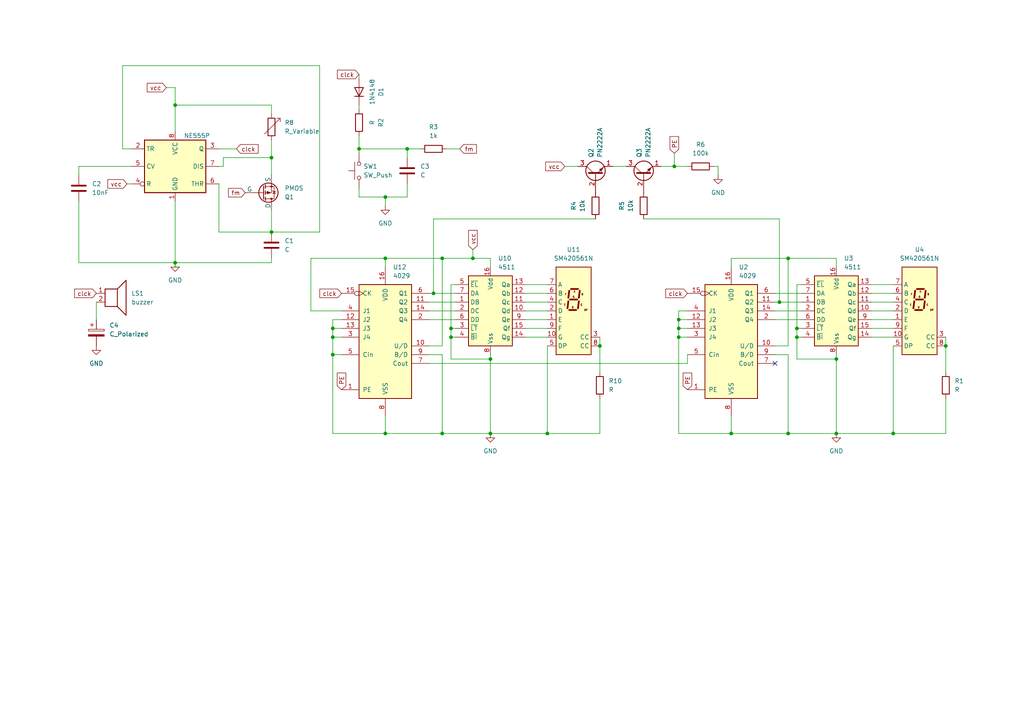
<source format=kicad_sch>
(kicad_sch (version 20230121) (generator eeschema)
  (paper "A4")
  (lib_symbols
    (symbol "4xxx:4029" (pin_names (offset 1.016))
      (property "Reference" "U" (at -7.62 16.51 0))
      (property "Value" "4029" (at -7.62 -19.05 0))
      (symbol "4029_1_0"
        (pin input line (at -12.7 -15.24 0) (length 5.08) (name "PE") (number "1"))
        (pin input line (at 12.7 -2.54 180) (length 5.08) (name "U/D") (number "10"))
        (pin output line (at 12.7 10.16 180) (length 5.08) (name "Q2") (number "11"))
        (pin input line (at -12.7 5.08 0) (length 5.08) (name "J2") (number "12"))
        (pin input line (at -12.7 2.54 0) (length 5.08) (name "J3") (number "13"))
        (pin output line (at 12.7 7.62 180) (length 5.08) (name "Q3") (number "14"))
        (pin input inverted_clock (at -12.7 12.7 0) (length 5.08) (name "CK") (number "15"))
        (pin power_in line (at 0 20.32 270) (length 5.08) (name "VDD") (number "16"))
        (pin output line (at 12.7 5.08 180) (length 5.08) (name "Q4") (number "2"))
        (pin input line (at -12.7 0 0) (length 5.08) (name "J4") (number "3"))
        (pin input line (at -12.7 7.62 0) (length 5.08) (name "J1") (number "4"))
        (pin input line (at -12.7 -5.08 0) (length 5.08) (name "Cin") (number "5"))
        (pin output line (at 12.7 12.7 180) (length 5.08) (name "Q1") (number "6"))
        (pin output line (at 12.7 -7.62 180) (length 5.08) (name "Cout") (number "7"))
        (pin power_in line (at 0 -22.86 90) (length 5.08) (name "VSS") (number "8"))
        (pin input line (at 12.7 -5.08 180) (length 5.08) (name "B/D") (number "9"))
      )
      (symbol "4029_1_1"
        (rectangle (start -7.62 15.24) (end 7.62 -17.78) (stroke (width 0.254)) (fill (type background)))
      )
    )
    (symbol "4xxx_IEEE:4511"
      (property "Reference" "U" (at 8.89 11.43 0))
      (property "Value" "4511" (at 8.89 -11.43 0))
      (symbol "4511_0_1"
        (rectangle (start -6.35 10.16) (end 6.35 -10.16) (stroke (width 0.254)) (fill (type background)))
      )
      (symbol "4511_1_1"
        (pin input line (at -10.16 2.54 0) (length 3.81) (name "DB") (number "1"))
        (pin output line (at 10.16 0 180) (length 3.81) (name "Qd") (number "10"))
        (pin output line (at 10.16 2.54 180) (length 3.81) (name "Qc") (number "11"))
        (pin output line (at 10.16 5.08 180) (length 3.81) (name "Qb") (number "12"))
        (pin output line (at 10.16 7.62 180) (length 3.81) (name "Qa") (number "13"))
        (pin output line (at 10.16 -7.62 180) (length 3.81) (name "Qg") (number "14"))
        (pin output line (at 10.16 -5.08 180) (length 3.81) (name "Qf") (number "15"))
        (pin power_in line (at 0 12.7 270) (length 2.54) (name "Vdd") (number "16"))
        (pin input line (at -10.16 0 0) (length 3.81) (name "DC") (number "2"))
        (pin input line (at -10.16 -5.08 0) (length 3.81) (name "~{LT}") (number "3"))
        (pin input line (at -10.16 -7.62 0) (length 3.81) (name "~{BI}") (number "4"))
        (pin input line (at -10.16 7.62 0) (length 3.81) (name "~{EL}") (number "5"))
        (pin input line (at -10.16 -2.54 0) (length 3.81) (name "DD") (number "6"))
        (pin input line (at -10.16 5.08 0) (length 3.81) (name "DA") (number "7"))
        (pin power_in line (at 0 -12.7 90) (length 2.54) (name "Vss") (number "8"))
        (pin output line (at 10.16 -2.54 180) (length 3.81) (name "Qe") (number "9"))
      )
    )
    (symbol "Device:C" (pin_numbers hide) (pin_names (offset 0.254))
      (property "Reference" "C" (at 0.635 2.54 0))
      (property "Value" "C" (at 0.635 -2.54 0))
      (symbol "C_0_1"
        (polyline (pts (xy -2.032 -0.762) (xy 2.032 -0.762)) (stroke (width 0.508)))
        (polyline (pts (xy -2.032 0.762) (xy 2.032 0.762)) (stroke (width 0.508)))
      )
      (symbol "C_1_1"
        (pin passive line (at 0 3.81 270) (length 2.794) (name "~") (number "1"))
        (pin passive line (at 0 -3.81 90) (length 2.794) (name "~") (number "2"))
      )
    )
    (symbol "Device:C_Polarized" (pin_numbers hide) (pin_names (offset 0.254))
      (property "Reference" "C" (at 0.635 2.54 0))
      (property "Value" "C_Polarized" (at 0.635 -2.54 0))
      (symbol "C_Polarized_0_1"
        (rectangle (start -2.286 0.508) (end 2.286 1.016))
        (polyline (pts (xy -1.778 2.286) (xy -0.762 2.286)))
        (polyline (pts (xy -1.27 2.794) (xy -1.27 1.778)))
        (rectangle (start 2.286 -0.508) (end -2.286 -1.016) (fill (type outline)))
      )
      (symbol "C_Polarized_1_1"
        (pin passive line (at 0 3.81 270) (length 2.794) (name "~") (number "1"))
        (pin passive line (at 0 -3.81 90) (length 2.794) (name "~") (number "2"))
      )
    )
    (symbol "Device:R" (pin_numbers hide) (pin_names (offset 0))
      (property "Reference" "R" (at 2.032 0 90))
      (property "Value" "R" (at 0 0 90))
      (symbol "R_0_1"
        (rectangle (start -1.016 -2.54) (end 1.016 2.54) (stroke (width 0.254)))
      )
      (symbol "R_1_1"
        (pin passive line (at 0 3.81 270) (length 1.27) (name "~") (number "1"))
        (pin passive line (at 0 -3.81 90) (length 1.27) (name "~") (number "2"))
      )
    )
    (symbol "Device:R_Variable" (pin_numbers hide) (pin_names (offset 0))
      (property "Reference" "R" (at 2.54 -2.54 90))
      (property "Value" "R_Variable" (at -2.54 -1.27 90))
      (symbol "R_Variable_0_1"
        (rectangle (start -1.016 -2.54) (end 1.016 2.54) (stroke (width 0.254)))
        (polyline (pts (xy 2.54 1.524) (xy 2.54 2.54) (xy 1.524 2.54) (xy 2.54 2.54) (xy -2.032 -2.032)))
      )
      (symbol "R_Variable_1_1"
        (pin passive line (at 0 3.81 270) (length 1.27) (name "~") (number "1"))
        (pin passive line (at 0 -3.81 90) (length 1.27) (name "~") (number "2"))
      )
    )
    (symbol "Device:Speaker" (pin_names (offset 0) hide)
      (property "Reference" "LS" (at 1.27 5.715 0))
      (property "Value" "Speaker" (at 1.27 3.81 0))
      (symbol "Speaker_0_0"
        (rectangle (start -2.54 1.27) (end 1.016 -3.81) (stroke (width 0.254)))
        (polyline (pts (xy 1.016 1.27) (xy 3.556 3.81) (xy 3.556 -6.35) (xy 1.016 -3.81)) (stroke (width 0.254)))
      )
      (symbol "Speaker_1_1"
        (pin input line (at -5.08 0 0) (length 2.54) (name "1") (number "1"))
        (pin input line (at -5.08 -2.54 0) (length 2.54) (name "2") (number "2"))
      )
    )
    (symbol "Diode:1N4148" (pin_numbers hide) (pin_names hide)
      (property "Reference" "D" (at 0 2.54 0))
      (property "Value" "1N4148" (at 0 -2.54 0))
      (symbol "1N4148_0_1"
        (polyline (pts (xy -1.27 1.27) (xy -1.27 -1.27)) (stroke (width 0.254)))
        (polyline (pts (xy 1.27 0) (xy -1.27 0)))
        (polyline (pts (xy 1.27 1.27) (xy 1.27 -1.27) (xy -1.27 0) (xy 1.27 1.27)) (stroke (width 0.254)))
      )
      (symbol "1N4148_1_1"
        (pin passive line (at -3.81 0 0) (length 2.54) (name "K") (number "1"))
        (pin passive line (at 3.81 0 180) (length 2.54) (name "A") (number "2"))
      )
    )
    (symbol "Display_Character:SM420561N"
      (property "Reference" "U" (at -2.54 13.97 0))
      (property "Value" "SM420561N" (at 1.27 13.97 0))
      (symbol "SM420561N_0_0"
        (text "A" (at 0.254 5.588 0) (effects (font (size 0.508 0.508))))
        (text "B" (at 2.54 4.826 0) (effects (font (size 0.508 0.508))))
        (text "C" (at 2.286 1.778 0) (effects (font (size 0.508 0.508))))
        (text "D" (at -0.254 1.016 0) (effects (font (size 0.508 0.508))))
        (text "DP" (at 3.556 0.254 0) (effects (font (size 0.508 0.508))))
        (text "E" (at -2.54 1.778 0) (effects (font (size 0.508 0.508))))
        (text "F" (at -2.286 4.826 0) (effects (font (size 0.508 0.508))))
        (text "G" (at 0 4.064 0) (effects (font (size 0.508 0.508))))
      )
      (symbol "SM420561N_0_1"
        (rectangle (start -5.08 12.7) (end 5.08 -12.7) (stroke (width 0.254)) (fill (type background)))
        (polyline (pts (xy -1.524 2.794) (xy -1.778 0.762)) (stroke (width 0.508)))
        (polyline (pts (xy -1.27 0.254) (xy 0.762 0.254)) (stroke (width 0.508)))
        (polyline (pts (xy -1.27 5.842) (xy -1.524 3.81)) (stroke (width 0.508)))
        (polyline (pts (xy -1.016 3.302) (xy 1.016 3.302)) (stroke (width 0.508)))
        (polyline (pts (xy -0.762 6.35) (xy 1.27 6.35)) (stroke (width 0.508)))
        (polyline (pts (xy 1.524 2.794) (xy 1.27 0.762)) (stroke (width 0.508)))
        (polyline (pts (xy 1.778 5.842) (xy 1.524 3.81)) (stroke (width 0.508)))
        (polyline (pts (xy 2.54 0.254) (xy 2.54 0.254)) (stroke (width 0.508)))
      )
      (symbol "SM420561N_1_1"
        (pin input line (at -7.62 -2.54 0) (length 2.54) (name "E") (number "1"))
        (pin input line (at -7.62 -7.62 0) (length 2.54) (name "G") (number "10"))
        (pin input line (at -7.62 0 0) (length 2.54) (name "D") (number "2"))
        (pin input line (at 7.62 -7.62 180) (length 2.54) (name "CC") (number "3"))
        (pin input line (at -7.62 2.54 0) (length 2.54) (name "C") (number "4"))
        (pin input line (at -7.62 -10.16 0) (length 2.54) (name "DP") (number "5"))
        (pin input line (at -7.62 5.08 0) (length 2.54) (name "B") (number "6"))
        (pin input line (at -7.62 7.62 0) (length 2.54) (name "A") (number "7"))
        (pin input line (at 7.62 -10.16 180) (length 2.54) (name "CC") (number "8"))
        (pin input line (at -7.62 -5.08 0) (length 2.54) (name "F") (number "9"))
      )
    )
    (symbol "Simulation_SPICE:PMOS" (pin_numbers hide) (pin_names (offset 0))
      (property "Reference" "Q" (at 5.08 1.27 0))
      (property "Value" "PMOS" (at 5.08 -1.27 0))
      (symbol "PMOS_0_1"
        (polyline (pts (xy 0.254 0) (xy -2.54 0)))
        (polyline (pts (xy 0.254 1.905) (xy 0.254 -1.905)) (stroke (width 0.254)))
        (polyline (pts (xy 0.762 -1.27) (xy 0.762 -2.286)) (stroke (width 0.254)))
        (polyline (pts (xy 0.762 0.508) (xy 0.762 -0.508)) (stroke (width 0.254)))
        (polyline (pts (xy 0.762 2.286) (xy 0.762 1.27)) (stroke (width 0.254)))
        (polyline (pts (xy 2.54 2.54) (xy 2.54 1.778)))
        (polyline (pts (xy 2.54 -2.54) (xy 2.54 0) (xy 0.762 0)))
        (polyline (pts (xy 0.762 1.778) (xy 3.302 1.778) (xy 3.302 -1.778) (xy 0.762 -1.778)))
        (polyline (pts (xy 2.286 0) (xy 1.27 0.381) (xy 1.27 -0.381) (xy 2.286 0)) (fill (type outline)))
        (polyline (pts (xy 2.794 -0.508) (xy 2.921 -0.381) (xy 3.683 -0.381) (xy 3.81 -0.254)))
        (polyline (pts (xy 3.302 -0.381) (xy 2.921 0.254) (xy 3.683 0.254) (xy 3.302 -0.381)))
        (circle (center 1.651 0) (radius 2.794) (stroke (width 0.254)))
        (circle (center 2.54 -1.778) (radius 0.254) (fill (type outline)))
        (circle (center 2.54 1.778) (radius 0.254) (fill (type outline)))
      )
      (symbol "PMOS_1_1"
        (pin passive line (at 2.54 5.08 270) (length 2.54) (name "D") (number "1"))
        (pin input line (at -5.08 0 0) (length 2.54) (name "G") (number "2"))
        (pin passive line (at 2.54 -5.08 90) (length 2.54) (name "S") (number "3"))
      )
    )
    (symbol "Switch:SW_Push" (pin_numbers hide) (pin_names (offset 1.016) hide)
      (property "Reference" "SW" (at 1.27 2.54 0))
      (property "Value" "SW_Push" (at 0 -1.524 0))
      (symbol "SW_Push_0_1"
        (circle (center -2.032 0) (radius 0.508))
        (polyline (pts (xy 0 1.27) (xy 0 3.048)))
        (polyline (pts (xy 2.54 1.27) (xy -2.54 1.27)))
        (circle (center 2.032 0) (radius 0.508))
        (pin passive line (at -5.08 0 0) (length 2.54) (name "1") (number "1"))
        (pin passive line (at 5.08 0 180) (length 2.54) (name "2") (number "2"))
      )
    )
    (symbol "Timer:NE555P"
      (property "Reference" "U" (at -10.16 8.89 0))
      (property "Value" "NE555P" (at 2.54 8.89 0))
      (symbol "NE555P_0_0"
        (pin power_in line (at 0 -10.16 90) (length 2.54) (name "GND") (number "1"))
        (pin power_in line (at 0 10.16 270) (length 2.54) (name "VCC") (number "8"))
      )
      (symbol "NE555P_0_1"
        (rectangle (start -8.89 -7.62) (end 8.89 7.62) (stroke (width 0.254)) (fill (type background)))
        (rectangle (start -8.89 -7.62) (end 8.89 7.62) (stroke (width 0.254)) (fill (type background)))
      )
      (symbol "NE555P_1_1"
        (pin input line (at -12.7 5.08 0) (length 3.81) (name "TR") (number "2"))
        (pin output line (at 12.7 5.08 180) (length 3.81) (name "Q") (number "3"))
        (pin input inverted (at -12.7 -5.08 0) (length 3.81) (name "R") (number "4"))
        (pin input line (at -12.7 0 0) (length 3.81) (name "CV") (number "5"))
        (pin input line (at 12.7 -5.08 180) (length 3.81) (name "THR") (number "6"))
        (pin input line (at 12.7 0 180) (length 3.81) (name "DIS") (number "7"))
      )
    )
    (symbol "Transistor_BJT:PN2222A" (pin_names (offset 0) hide)
      (property "Reference" "Q" (at 5.08 1.905 0))
      (property "Value" "PN2222A" (at 5.08 0 0))
      (symbol "PN2222A_0_1"
        (polyline (pts (xy 0 0) (xy 0.635 0)))
        (polyline (pts (xy 2.54 -2.54) (xy 0.635 -0.635)))
        (polyline (pts (xy 2.54 2.54) (xy 0.635 0.635)))
        (polyline (pts (xy 0.635 1.905) (xy 0.635 -1.905) (xy 0.635 -1.905)) (stroke (width 0.508)))
        (polyline (pts (xy 2.413 -2.413) (xy 1.905 -1.905) (xy 1.905 -1.905)))
        (polyline (pts (xy 1.143 -1.651) (xy 1.651 -1.143) (xy 2.159 -2.159) (xy 1.143 -1.651) (xy 1.143 -1.651)) (fill (type outline)))
        (circle (center 1.27 0) (radius 2.8194) (stroke (width 0.254)))
      )
      (symbol "PN2222A_1_1"
        (pin passive line (at 2.54 -5.08 90) (length 2.54) (name "E") (number "1"))
        (pin input line (at -5.08 0 0) (length 5.08) (name "B") (number "2"))
        (pin passive line (at 2.54 5.08 270) (length 2.54) (name "C") (number "3"))
      )
    )
    (symbol "power:GND" (power) (pin_names (offset 0))
      (property "Value" "GND" (at 0 -3.81 0))
      (symbol "GND_0_1"
        (polyline (pts (xy 0 0) (xy 0 -1.27) (xy 1.27 -1.27) (xy 0 -2.54) (xy -1.27 -1.27) (xy 0 -1.27)))
      )
      (symbol "GND_1_1"
        (pin power_in line (at 0 0 270) (length 0) hide (name "GND") (number "1"))
      )
    )
  )
  (junction (at 196.85 97.79))
  (junction (at 96.52 102.87))
  (junction (at 231.14 95.25))
  (junction (at 111.76 74.93))
  (junction (at 259.08 125.73))
  (junction (at 118.11 43.18))
  (junction (at 50.8 76.2))
  (junction (at 242.57 104.14))
  (junction (at 111.76 125.73))
  (junction (at 231.14 97.79))
  (junction (at 78.74 67.31))
  (junction (at 128.27 74.93))
  (junction (at 96.52 95.25))
  (junction (at 125.73 85.09))
  (junction (at 130.81 97.79))
  (junction (at 196.85 92.71))
  (junction (at 111.76 57.15))
  (junction (at 104.14 43.18))
  (junction (at 195.58 48.26))
  (junction (at 142.24 104.14))
  (junction (at 196.85 95.25))
  (junction (at 228.6 125.73))
  (junction (at 78.74 45.72))
  (junction (at 173.99 100.33))
  (junction (at 274.32 100.33))
  (junction (at 158.75 125.73))
  (junction (at 130.81 95.25))
  (junction (at 137.16 74.93))
  (junction (at 242.57 125.73))
  (junction (at 212.09 125.73))
  (junction (at 50.8 30.48))
  (junction (at 226.06 87.63))
  (junction (at 128.27 125.73))
  (junction (at 96.52 97.79))
  (junction (at 142.24 125.73))
  (junction (at 228.6 74.93))
  (no_connect (at 224.79 105.41))
  (wire (pts (xy 50.8 77.47) (xy 52.07 77.47)))
  (wire (pts (xy 128.27 74.93) (xy 128.27 100.33)))
  (wire (pts (xy 196.85 92.71) (xy 196.85 95.25)))
  (wire (pts (xy 242.57 74.93) (xy 242.57 77.47)))
  (wire (pts (xy 78.74 60.96) (xy 78.74 67.31)))
  (wire (pts (xy 111.76 57.15) (xy 118.11 57.15)))
  (wire (pts (xy 130.81 95.25) (xy 130.81 97.79)))
  (wire (pts (xy 124.46 92.71) (xy 132.08 92.71)))
  (wire (pts (xy 224.79 92.71) (xy 232.41 92.71)))
  (wire (pts (xy 96.52 125.73) (xy 111.76 125.73)))
  (wire (pts (xy 142.24 74.93) (xy 142.24 77.47)))
  (wire (pts (xy 22.86 58.42) (xy 22.86 76.2)))
  (wire (pts (xy 111.76 74.93) (xy 111.76 77.47)))
  (wire (pts (xy 96.52 95.25) (xy 99.06 95.25)))
  (wire (pts (xy 96.52 102.87) (xy 96.52 125.73)))
  (wire (pts (xy 124.46 105.41) (xy 199.39 105.41)))
  (wire (pts (xy 104.14 30.48) (xy 104.14 31.75)))
  (wire (pts (xy 124.46 87.63) (xy 132.08 87.63)))
  (wire (pts (xy 212.09 120.65) (xy 212.09 125.73)))
  (wire (pts (xy 111.76 57.15) (xy 111.76 59.69)))
  (wire (pts (xy 158.75 125.73) (xy 142.24 125.73)))
  (wire (pts (xy 226.06 63.5) (xy 186.69 63.5)))
  (wire (pts (xy 64.77 45.72) (xy 64.77 48.26)))
  (wire (pts (xy 22.86 48.26) (xy 38.1 48.26)))
  (wire (pts (xy 163.83 48.26) (xy 167.64 48.26)))
  (wire (pts (xy 231.14 82.55) (xy 231.14 95.25)))
  (wire (pts (xy 50.8 77.47) (xy 50.8 76.2)))
  (wire (pts (xy 130.81 97.79) (xy 132.08 97.79)))
  (wire (pts (xy 64.77 45.72) (xy 78.74 45.72)))
  (wire (pts (xy 130.81 82.55) (xy 130.81 95.25)))
  (wire (pts (xy 99.06 92.71) (xy 96.52 92.71)))
  (wire (pts (xy 124.46 102.87) (xy 128.27 102.87)))
  (wire (pts (xy 50.8 76.2) (xy 78.74 76.2)))
  (wire (pts (xy 128.27 102.87) (xy 128.27 125.73)))
  (wire (pts (xy 129.54 43.18) (xy 133.35 43.18)))
  (wire (pts (xy 35.56 43.18) (xy 35.56 19.05)))
  (wire (pts (xy 38.1 53.34) (xy 36.83 53.34)))
  (wire (pts (xy 274.32 97.79) (xy 274.32 100.33)))
  (wire (pts (xy 50.8 30.48) (xy 78.74 30.48)))
  (wire (pts (xy 196.85 97.79) (xy 199.39 97.79)))
  (wire (pts (xy 274.32 100.33) (xy 274.32 107.95)))
  (wire (pts (xy 252.73 97.79) (xy 259.08 97.79)))
  (wire (pts (xy 125.73 63.5) (xy 172.72 63.5)))
  (wire (pts (xy 104.14 43.18) (xy 104.14 44.45)))
  (wire (pts (xy 196.85 125.73) (xy 212.09 125.73)))
  (wire (pts (xy 208.28 48.26) (xy 208.28 50.8)))
  (wire (pts (xy 90.17 74.93) (xy 111.76 74.93)))
  (wire (pts (xy 50.8 76.2) (xy 50.8 58.42)))
  (wire (pts (xy 27.94 92.71) (xy 27.94 87.63)))
  (wire (pts (xy 50.8 30.48) (xy 50.8 38.1)))
  (wire (pts (xy 196.85 92.71) (xy 199.39 92.71)))
  (wire (pts (xy 242.57 102.87) (xy 242.57 104.14)))
  (wire (pts (xy 125.73 63.5) (xy 125.73 85.09)))
  (wire (pts (xy 130.81 97.79) (xy 130.81 104.14)))
  (wire (pts (xy 207.01 48.26) (xy 208.28 48.26)))
  (wire (pts (xy 259.08 100.33) (xy 259.08 125.73)))
  (wire (pts (xy 196.85 95.25) (xy 196.85 97.79)))
  (wire (pts (xy 224.79 102.87) (xy 228.6 102.87)))
  (wire (pts (xy 78.74 40.64) (xy 78.74 45.72)))
  (wire (pts (xy 118.11 45.72) (xy 118.11 43.18)))
  (wire (pts (xy 38.1 43.18) (xy 35.56 43.18)))
  (wire (pts (xy 252.73 82.55) (xy 259.08 82.55)))
  (wire (pts (xy 152.4 95.25) (xy 158.75 95.25)))
  (wire (pts (xy 96.52 97.79) (xy 96.52 102.87)))
  (wire (pts (xy 111.76 120.65) (xy 111.76 125.73)))
  (wire (pts (xy 196.85 97.79) (xy 196.85 125.73)))
  (wire (pts (xy 212.09 74.93) (xy 212.09 77.47)))
  (wire (pts (xy 196.85 95.25) (xy 199.39 95.25)))
  (wire (pts (xy 226.06 87.63) (xy 232.41 87.63)))
  (wire (pts (xy 63.5 43.18) (xy 68.58 43.18)))
  (wire (pts (xy 228.6 125.73) (xy 242.57 125.73)))
  (wire (pts (xy 96.52 92.71) (xy 96.52 95.25)))
  (wire (pts (xy 22.86 76.2) (xy 50.8 76.2)))
  (wire (pts (xy 78.74 50.8) (xy 78.74 45.72)))
  (wire (pts (xy 104.14 39.37) (xy 104.14 43.18)))
  (wire (pts (xy 173.99 115.57) (xy 173.99 125.73)))
  (wire (pts (xy 125.73 85.09) (xy 132.08 85.09)))
  (wire (pts (xy 48.26 25.4) (xy 50.8 25.4)))
  (wire (pts (xy 90.17 90.17) (xy 90.17 74.93)))
  (wire (pts (xy 142.24 74.93) (xy 137.16 74.93)))
  (wire (pts (xy 78.74 74.93) (xy 78.74 76.2)))
  (wire (pts (xy 231.14 104.14) (xy 242.57 104.14)))
  (wire (pts (xy 224.79 85.09) (xy 232.41 85.09)))
  (wire (pts (xy 177.8 48.26) (xy 181.61 48.26)))
  (wire (pts (xy 104.14 21.59) (xy 104.14 22.86)))
  (wire (pts (xy 232.41 82.55) (xy 231.14 82.55)))
  (wire (pts (xy 252.73 85.09) (xy 259.08 85.09)))
  (wire (pts (xy 173.99 125.73) (xy 158.75 125.73)))
  (wire (pts (xy 158.75 100.33) (xy 158.75 125.73)))
  (wire (pts (xy 212.09 125.73) (xy 228.6 125.73)))
  (wire (pts (xy 124.46 85.09) (xy 125.73 85.09)))
  (wire (pts (xy 231.14 95.25) (xy 232.41 95.25)))
  (wire (pts (xy 92.71 19.05) (xy 92.71 67.31)))
  (wire (pts (xy 212.09 74.93) (xy 228.6 74.93)))
  (wire (pts (xy 173.99 100.33) (xy 173.99 107.95)))
  (wire (pts (xy 50.8 25.4) (xy 50.8 30.48)))
  (wire (pts (xy 99.06 102.87) (xy 96.52 102.87)))
  (wire (pts (xy 152.4 92.71) (xy 158.75 92.71)))
  (wire (pts (xy 224.79 87.63) (xy 226.06 87.63)))
  (wire (pts (xy 274.32 125.73) (xy 259.08 125.73)))
  (wire (pts (xy 196.85 90.17) (xy 196.85 92.71)))
  (wire (pts (xy 128.27 125.73) (xy 142.24 125.73)))
  (wire (pts (xy 96.52 95.25) (xy 96.52 97.79)))
  (wire (pts (xy 99.06 90.17) (xy 90.17 90.17)))
  (wire (pts (xy 259.08 125.73) (xy 242.57 125.73)))
  (wire (pts (xy 130.81 95.25) (xy 132.08 95.25)))
  (wire (pts (xy 199.39 102.87) (xy 199.39 105.41)))
  (wire (pts (xy 228.6 74.93) (xy 242.57 74.93)))
  (wire (pts (xy 224.79 90.17) (xy 232.41 90.17)))
  (wire (pts (xy 118.11 53.34) (xy 118.11 57.15)))
  (wire (pts (xy 142.24 102.87) (xy 142.24 104.14)))
  (wire (pts (xy 124.46 90.17) (xy 132.08 90.17)))
  (wire (pts (xy 152.4 82.55) (xy 158.75 82.55)))
  (wire (pts (xy 128.27 74.93) (xy 137.16 74.93)))
  (wire (pts (xy 121.92 43.18) (xy 118.11 43.18)))
  (wire (pts (xy 63.5 67.31) (xy 63.5 53.34)))
  (wire (pts (xy 195.58 44.45) (xy 195.58 48.26)))
  (wire (pts (xy 199.39 90.17) (xy 196.85 90.17)))
  (wire (pts (xy 104.14 43.18) (xy 118.11 43.18)))
  (wire (pts (xy 173.99 97.79) (xy 173.99 100.33)))
  (wire (pts (xy 252.73 92.71) (xy 259.08 92.71)))
  (wire (pts (xy 274.32 115.57) (xy 274.32 125.73)))
  (wire (pts (xy 152.4 85.09) (xy 158.75 85.09)))
  (wire (pts (xy 128.27 100.33) (xy 124.46 100.33)))
  (wire (pts (xy 78.74 67.31) (xy 92.71 67.31)))
  (wire (pts (xy 22.86 48.26) (xy 22.86 50.8)))
  (wire (pts (xy 111.76 125.73) (xy 128.27 125.73)))
  (wire (pts (xy 191.77 48.26) (xy 195.58 48.26)))
  (wire (pts (xy 35.56 19.05) (xy 92.71 19.05)))
  (wire (pts (xy 228.6 74.93) (xy 228.6 100.33)))
  (wire (pts (xy 78.74 33.02) (xy 78.74 30.48)))
  (wire (pts (xy 64.77 48.26) (xy 63.5 48.26)))
  (wire (pts (xy 130.81 104.14) (xy 142.24 104.14)))
  (wire (pts (xy 242.57 104.14) (xy 242.57 125.73)))
  (wire (pts (xy 132.08 82.55) (xy 130.81 82.55)))
  (wire (pts (xy 152.4 97.79) (xy 158.75 97.79)))
  (wire (pts (xy 104.14 57.15) (xy 111.76 57.15)))
  (wire (pts (xy 104.14 57.15) (xy 104.14 54.61)))
  (wire (pts (xy 252.73 87.63) (xy 259.08 87.63)))
  (wire (pts (xy 142.24 104.14) (xy 142.24 125.73)))
  (wire (pts (xy 152.4 90.17) (xy 158.75 90.17)))
  (wire (pts (xy 228.6 100.33) (xy 224.79 100.33)))
  (wire (pts (xy 231.14 97.79) (xy 232.41 97.79)))
  (wire (pts (xy 231.14 97.79) (xy 231.14 104.14)))
  (wire (pts (xy 63.5 67.31) (xy 78.74 67.31)))
  (wire (pts (xy 96.52 97.79) (xy 99.06 97.79)))
  (wire (pts (xy 226.06 63.5) (xy 226.06 87.63)))
  (wire (pts (xy 252.73 95.25) (xy 259.08 95.25)))
  (wire (pts (xy 231.14 95.25) (xy 231.14 97.79)))
  (wire (pts (xy 137.16 72.39) (xy 137.16 74.93)))
  (wire (pts (xy 152.4 87.63) (xy 158.75 87.63)))
  (wire (pts (xy 252.73 90.17) (xy 259.08 90.17)))
  (wire (pts (xy 111.76 74.93) (xy 128.27 74.93)))
  (wire (pts (xy 228.6 102.87) (xy 228.6 125.73)))
  (wire (pts (xy 195.58 48.26) (xy 199.39 48.26)))
  (global_label "PE" (shape input) (at 99.06 113.03 90) (property "Intersheetrefs" "${INTERSHEET_REFS}" (effects hide)))
  (global_label "vcc" (shape input) (at 48.26 25.4 180) (property "Intersheetrefs" "${INTERSHEET_REFS}" (effects hide)))
  (global_label "fm" (shape input) (at 133.35 43.18 0) (property "Intersheetrefs" "${INTERSHEET_REFS}" (effects hide)))
  (global_label "clck" (shape input) (at 68.58 43.18 0) (property "Intersheetrefs" "${INTERSHEET_REFS}" (effects hide)))
  (global_label "clck" (shape input) (at 27.94 85.09 180) (property "Intersheetrefs" "${INTERSHEET_REFS}" (effects hide)))
  (global_label "PE" (shape input) (at 199.39 113.03 90) (property "Intersheetrefs" "${INTERSHEET_REFS}" (effects hide)))
  (global_label "vcc" (shape input) (at 36.83 53.34 180) (property "Intersheetrefs" "${INTERSHEET_REFS}" (effects hide)))
  (global_label "fm" (shape input) (at 71.12 55.88 180) (property "Intersheetrefs" "${INTERSHEET_REFS}" (effects hide)))
  (global_label "PE" (shape input) (at 195.58 44.45 90) (property "Intersheetrefs" "${INTERSHEET_REFS}" (effects hide)))
  (global_label "clck" (shape input) (at 104.14 21.59 180) (property "Intersheetrefs" "${INTERSHEET_REFS}" (effects hide)))
  (global_label "clck" (shape input) (at 199.39 85.09 180) (property "Intersheetrefs" "${INTERSHEET_REFS}" (effects hide)))
  (global_label "clck" (shape input) (at 99.06 85.09 180) (property "Intersheetrefs" "${INTERSHEET_REFS}" (effects hide)))
  (global_label "vcc" (shape input) (at 163.83 48.26 180) (property "Intersheetrefs" "${INTERSHEET_REFS}" (effects hide)))
  (global_label "vcc" (shape input) (at 137.16 72.39 90) (property "Intersheetrefs" "${INTERSHEET_REFS}" (effects hide)))
  (symbol (lib_id "Device:R") (at 203.2 48.26 90) (unit 1)
    (property "Reference" "R6" (at 203.2 41.91 90))
    (property "Value" "100k" (at 203.2 44.45 90))
  )
  (symbol (lib_id "Switch:SW_Push") (at 104.14 49.53 90) (unit 1)
    (property "Reference" "SW1" (at 105.41 48.26 90) (effects (justify right)))
    (property "Value" "SW_Push" (at 105.41 50.8 90) (effects (justify right)))
  )
  (symbol (lib_id "Device:R") (at 173.99 111.76 0) (unit 1)
    (property "Reference" "R10" (at 176.53 110.49 0) (effects (justify left)))
    (property "Value" "R" (at 176.53 113.03 0) (effects (justify left)))
  )
  (symbol (lib_id "Device:R") (at 172.72 59.69 180) (unit 1)
    (property "Reference" "R4" (at 166.37 59.69 90))
    (property "Value" "10k" (at 168.91 59.69 90))
  )
  (symbol (lib_id "Device:R") (at 186.69 59.69 180) (unit 1)
    (property "Reference" "R5" (at 180.34 59.69 90))
    (property "Value" "10k" (at 182.88 59.69 90))
  )
  (symbol (lib_id "power:GND") (at 50.8 76.2 0) (unit 1)
    (property "Reference" "#PWR03" (effects hide))
    (property "Value" "GND" (at 50.8 81.28 0))
  )
  (symbol (lib_id "Diode:1N4148") (at 104.14 26.67 90) (unit 1)
    (property "Reference" "D1" (at 110.49 26.67 0))
    (property "Value" "1N4148" (at 107.95 26.67 0))
    (property "Footprint" "Diode_THT:D_DO-35_SOD27_P7.62mm_Horizontal" (effects hide))
    (property "Datasheet" "https://assets.nexperia.com/documents/data-sheet/1N4148_1N4448.pdf" (effects hide))
    (property "Sim.Device" "D" (effects hide))
    (property "Sim.Pins" "1=K 2=A" (effects hide))
  )
  (symbol (lib_id "Transistor_BJT:PN2222A") (at 186.69 50.8 90) (unit 1)
    (property "Reference" "Q3" (at 185.42 45.72 0) (effects (justify left)))
    (property "Value" "PN2222A" (at 187.96 45.72 0) (effects (justify left)))
    (property "Footprint" "Package_TO_SOT_THT:TO-92_Inline" (effects hide))
    (property "Datasheet" "https://www.onsemi.com/pub/Collateral/PN2222-D.PDF" (effects hide))
  )
  (symbol (lib_id "Display_Character:SM420561N") (at 266.7 90.17 0) (unit 1)
    (property "Reference" "U4" (at 266.7 72.39 0))
    (property "Value" "SM420561N" (at 266.7 74.93 0))
    (property "Footprint" "Display_7Segment:7SegmentLED_LTS6760_LTS6780" (effects hide))
    (property "Datasheet" "https://datasheet.lcsc.com/szlcsc/Wuxi-ARK-Tech-Elec-SM420561N_C141367.pdf" (effects hide))
  )
  (symbol (lib_id "power:GND") (at 242.57 125.73 0) (unit 1)
    (property "Reference" "#PWR01" (effects hide))
    (property "Value" "GND" (at 242.57 130.81 0))
  )
  (symbol (lib_id "Device:R") (at 125.73 43.18 90) (unit 1)
    (property "Reference" "R3" (at 125.73 36.83 90))
    (property "Value" "1k" (at 125.73 39.37 90))
  )
  (symbol (lib_id "4xxx:4029") (at 212.09 97.79 0) (unit 1)
    (property "Reference" "U2" (at 214.2841 77.47 0) (effects (justify left)))
    (property "Value" "4029" (at 214.2841 80.01 0) (effects (justify left)))
    (property "Datasheet" "http://www.intersil.com/content/dam/Intersil/documents/cd40/cd4029bms.pdf" (effects hide))
  )
  (symbol (lib_id "4xxx_IEEE:4511") (at 142.24 90.17 0) (unit 1)
    (property "Reference" "U10" (at 144.4341 74.93 0) (effects (justify left)))
    (property "Value" "4511" (at 144.4341 77.47 0) (effects (justify left)))
  )
  (symbol (lib_id "4xxx_IEEE:4511") (at 242.57 90.17 0) (unit 1)
    (property "Reference" "U3" (at 244.7641 74.93 0) (effects (justify left)))
    (property "Value" "4511" (at 244.7641 77.47 0) (effects (justify left)))
  )
  (symbol (lib_id "Device:C") (at 22.86 54.61 180) (unit 1)
    (property "Reference" "C2" (at 26.67 53.34 0) (effects (justify right)))
    (property "Value" "10nF" (at 26.67 55.88 0) (effects (justify right)))
  )
  (symbol (lib_id "Simulation_SPICE:PMOS") (at 76.2 55.88 0) (mirror x) (unit 1)
    (property "Reference" "Q1" (at 82.55 57.15 0) (effects (justify left)))
    (property "Value" "PMOS" (at 82.55 54.61 0) (effects (justify left)))
    (property "Datasheet" "https://ngspice.sourceforge.io/docs/ngspice-manual.pdf" (effects hide))
    (property "Sim.Device" "PMOS" (effects hide))
    (property "Sim.Type" "VDMOS" (effects hide))
    (property "Sim.Pins" "1=D 2=G 3=S" (effects hide))
  )
  (symbol (lib_id "power:GND") (at 208.28 50.8 0) (unit 1)
    (property "Reference" "#PWR04" (effects hide))
    (property "Value" "GND" (at 208.28 55.88 0))
  )
  (symbol (lib_id "Device:R") (at 274.32 111.76 0) (unit 1)
    (property "Reference" "R1" (at 276.86 110.49 0) (effects (justify left)))
    (property "Value" "R" (at 276.86 113.03 0) (effects (justify left)))
  )
  (symbol (lib_id "4xxx:4029") (at 111.76 97.79 0) (unit 1)
    (property "Reference" "U12" (at 113.9541 77.47 0) (effects (justify left)))
    (property "Value" "4029" (at 113.9541 80.01 0) (effects (justify left)))
    (property "Datasheet" "http://www.intersil.com/content/dam/Intersil/documents/cd40/cd4029bms.pdf" (effects hide))
  )
  (symbol (lib_id "power:GND") (at 27.94 100.33 0) (unit 1)
    (property "Reference" "#PWR06" (effects hide))
    (property "Value" "GND" (at 27.94 105.41 0))
  )
  (symbol (lib_id "power:GND") (at 142.24 125.73 0) (unit 1)
    (property "Reference" "#PWR07" (effects hide))
    (property "Value" "GND" (at 142.24 130.81 0))
  )
  (symbol (lib_id "Transistor_BJT:PN2222A") (at 172.72 50.8 90) (unit 1)
    (property "Reference" "Q2" (at 171.45 45.72 0) (effects (justify left)))
    (property "Value" "PN2222A" (at 173.99 45.72 0) (effects (justify left)))
    (property "Footprint" "Package_TO_SOT_THT:TO-92_Inline" (effects hide))
    (property "Datasheet" "https://www.onsemi.com/pub/Collateral/PN2222-D.PDF" (effects hide))
  )
  (symbol (lib_id "Device:R_Variable") (at 78.74 36.83 0) (unit 1)
    (property "Reference" "R8" (at 82.55 35.56 0) (effects (justify left)))
    (property "Value" "R_Variable" (at 82.55 38.1 0) (effects (justify left)))
  )
  (symbol (lib_id "Timer:NE555P") (at 50.8 48.26 0) (unit 1)
    (property "Reference" "U1" (effects hide))
    (property "Value" "NE555P" (at 53.34 39.37 0) (effects (justify left)))
    (property "Footprint" "Package_DIP:DIP-8_W7.62mm" (effects hide))
    (property "Datasheet" "http://www.ti.com/lit/ds/symlink/ne555.pdf" (effects hide))
  )
  (symbol (lib_id "Device:C") (at 118.11 49.53 0) (unit 1)
    (property "Reference" "C3" (at 121.92 48.26 0) (effects (justify left)))
    (property "Value" "C" (at 121.92 50.8 0) (effects (justify left)))
  )
  (symbol (lib_id "Device:R") (at 104.14 35.56 0) (unit 1)
    (property "Reference" "R2" (at 110.49 35.56 90))
    (property "Value" "R" (at 107.95 35.56 90))
  )
  (symbol (lib_id "Device:Speaker") (at 33.02 85.09 0) (unit 1)
    (property "Reference" "LS1" (at 38.1 85.09 0) (effects (justify left)))
    (property "Value" "buzzer" (at 38.1 87.63 0) (effects (justify left)))
  )
  (symbol (lib_id "Display_Character:SM420561N") (at 166.37 90.17 0) (unit 1)
    (property "Reference" "U11" (at 166.37 72.39 0))
    (property "Value" "SM420561N" (at 166.37 74.93 0))
    (property "Footprint" "Display_7Segment:7SegmentLED_LTS6760_LTS6780" (effects hide))
    (property "Datasheet" "https://datasheet.lcsc.com/szlcsc/Wuxi-ARK-Tech-Elec-SM420561N_C141367.pdf" (effects hide))
  )
  (symbol (lib_id "Device:C") (at 78.74 71.12 0) (unit 1)
    (property "Reference" "C1" (at 82.55 69.85 0) (effects (justify left)))
    (property "Value" "C" (at 82.55 72.39 0) (effects (justify left)))
  )
  (symbol (lib_id "Device:C_Polarized") (at 27.94 96.52 0) (unit 1)
    (property "Reference" "C4" (at 31.75 94.361 0) (effects (justify left)))
    (property "Value" "C_Polarized" (at 31.75 96.901 0) (effects (justify left)))
  )
  (symbol (lib_id "power:GND") (at 111.76 59.69 0) (unit 1)
    (property "Reference" "#PWR02" (effects hide))
    (property "Value" "GND" (at 111.76 64.77 0))
  )
)
</source>
